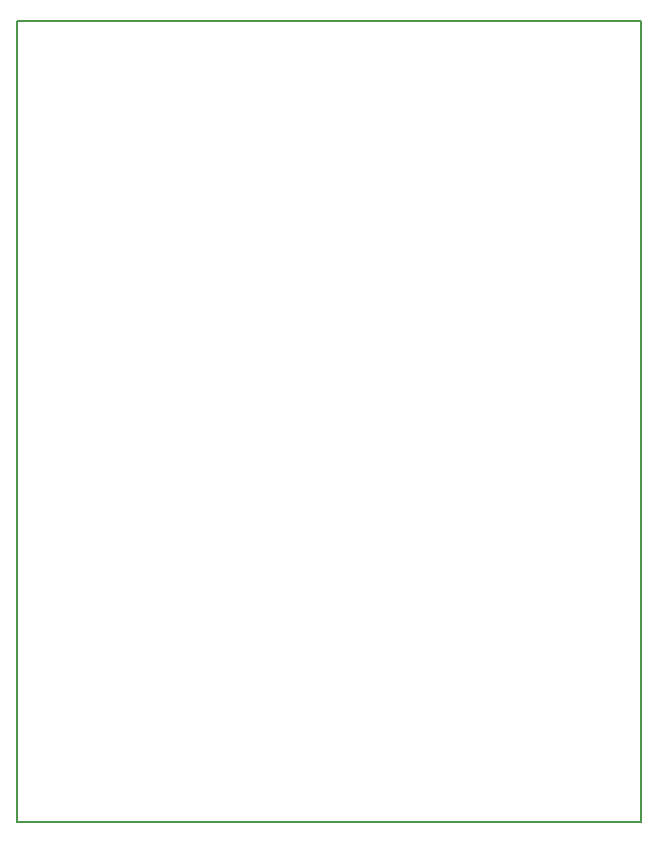
<source format=gm1>
G04 #@! TF.GenerationSoftware,KiCad,Pcbnew,(5.0.0-3-g5ebb6b6)*
G04 #@! TF.CreationDate,2018-11-03T17:36:43-04:00*
G04 #@! TF.ProjectId,injector,696E6A6563746F722E6B696361645F70,rev?*
G04 #@! TF.SameCoordinates,Original*
G04 #@! TF.FileFunction,Profile,NP*
%FSLAX46Y46*%
G04 Gerber Fmt 4.6, Leading zero omitted, Abs format (unit mm)*
G04 Created by KiCad (PCBNEW (5.0.0-3-g5ebb6b6)) date Saturday, November 03, 2018 at 05:36:43 PM*
%MOMM*%
%LPD*%
G01*
G04 APERTURE LIST*
%ADD10C,0.150000*%
G04 APERTURE END LIST*
D10*
X130556000Y-82550000D02*
X130556000Y-150368000D01*
X183388000Y-150368000D02*
X183388000Y-82550000D01*
X130556000Y-82550000D02*
X183388000Y-82550000D01*
X183388000Y-150368000D02*
X130556000Y-150368000D01*
M02*

</source>
